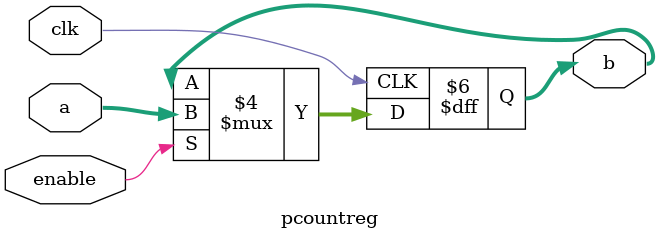
<source format=v>
module pcountreg (clk,a,b,enable);
input [7:0] a;
input clk,enable;
output [7:0] b;
reg [7:0] b;

initial begin
b=8'b00000000;
end


always @(posedge clk) begin
     if (enable==1) begin
			b<=a;
		end
  end 


endmodule
</source>
